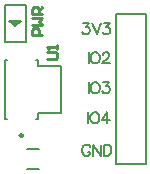
<source format=gbr>
%TF.GenerationSoftware,Altium Limited,Altium Designer,18.1.7 (191)*%
G04 Layer_Color=65535*
%FSLAX25Y25*%
%MOIN*%
%TF.FileFunction,Legend,Top*%
%TF.Part,Single*%
G01*
G75*
%TA.AperFunction,NonConductor*%
%ADD18C,0.00800*%
%ADD25C,0.00984*%
%ADD26C,0.00787*%
%ADD27C,0.00500*%
%ADD28C,0.01000*%
D18*
X29249Y22442D02*
Y18643D01*
X31131Y22442D02*
X30769Y22261D01*
X30407Y21899D01*
X30226Y21537D01*
X30045Y20994D01*
Y20090D01*
X30226Y19547D01*
X30407Y19185D01*
X30769Y18823D01*
X31131Y18643D01*
X31855D01*
X32216Y18823D01*
X32578Y19185D01*
X32759Y19547D01*
X32940Y20090D01*
Y20994D01*
X32759Y21537D01*
X32578Y21899D01*
X32216Y22261D01*
X31855Y22442D01*
X31131D01*
X35636D02*
X33827Y19909D01*
X36540D01*
X35636Y22442D02*
Y18643D01*
X27662Y52099D02*
X29652D01*
X28566Y50652D01*
X29109D01*
X29471Y50471D01*
X29652Y50290D01*
X29833Y49747D01*
Y49385D01*
X29652Y48843D01*
X29290Y48481D01*
X28747Y48300D01*
X28205D01*
X27662Y48481D01*
X27481Y48662D01*
X27300Y49024D01*
X30683Y52099D02*
X32130Y48300D01*
X33578Y52099D02*
X32130Y48300D01*
X34428Y52099D02*
X36418D01*
X35333Y50652D01*
X35875D01*
X36237Y50471D01*
X36418Y50290D01*
X36599Y49747D01*
Y49385D01*
X36418Y48843D01*
X36056Y48481D01*
X35513Y48300D01*
X34971D01*
X34428Y48481D01*
X34247Y48662D01*
X34066Y49024D01*
X29416Y32442D02*
Y28642D01*
X31297Y32442D02*
X30936Y32261D01*
X30574Y31899D01*
X30393Y31537D01*
X30212Y30994D01*
Y30090D01*
X30393Y29547D01*
X30574Y29185D01*
X30936Y28823D01*
X31297Y28642D01*
X32021D01*
X32383Y28823D01*
X32745Y29185D01*
X32926Y29547D01*
X33107Y30090D01*
Y30994D01*
X32926Y31537D01*
X32745Y31899D01*
X32383Y32261D01*
X32021Y32442D01*
X31297D01*
X34355D02*
X36345D01*
X35260Y30994D01*
X35802D01*
X36164Y30814D01*
X36345Y30633D01*
X36526Y30090D01*
Y29728D01*
X36345Y29185D01*
X35983Y28823D01*
X35440Y28642D01*
X34898D01*
X34355Y28823D01*
X34174Y29004D01*
X33993Y29366D01*
X29416Y42442D02*
Y38642D01*
X31297Y42442D02*
X30936Y42261D01*
X30574Y41899D01*
X30393Y41537D01*
X30212Y40994D01*
Y40090D01*
X30393Y39547D01*
X30574Y39185D01*
X30936Y38823D01*
X31297Y38642D01*
X32021D01*
X32383Y38823D01*
X32745Y39185D01*
X32926Y39547D01*
X33107Y40090D01*
Y40994D01*
X32926Y41537D01*
X32745Y41899D01*
X32383Y42261D01*
X32021Y42442D01*
X31297D01*
X34174Y41537D02*
Y41718D01*
X34355Y42080D01*
X34536Y42261D01*
X34898Y42442D01*
X35621D01*
X35983Y42261D01*
X36164Y42080D01*
X36345Y41718D01*
Y41356D01*
X36164Y40994D01*
X35802Y40452D01*
X33993Y38642D01*
X36526D01*
X30014Y10695D02*
X29833Y11056D01*
X29471Y11418D01*
X29109Y11599D01*
X28385D01*
X28024Y11418D01*
X27662Y11056D01*
X27481Y10695D01*
X27300Y10152D01*
Y9247D01*
X27481Y8705D01*
X27662Y8343D01*
X28024Y7981D01*
X28385Y7800D01*
X29109D01*
X29471Y7981D01*
X29833Y8343D01*
X30014Y8705D01*
Y9247D01*
X29109D02*
X30014D01*
X30882Y11599D02*
Y7800D01*
Y11599D02*
X33415Y7800D01*
Y11599D02*
Y7800D01*
X34464Y11599D02*
Y7800D01*
Y11599D02*
X35731D01*
X36273Y11418D01*
X36635Y11056D01*
X36816Y10695D01*
X36997Y10152D01*
Y9247D01*
X36816Y8705D01*
X36635Y8343D01*
X36273Y7981D01*
X35731Y7800D01*
X34464D01*
D25*
X7492Y14587D02*
G03*
X7492Y14587I-492J0D01*
G01*
D26*
X38500Y5000D02*
X48500D01*
X38500D02*
Y55000D01*
X48500Y5000D02*
Y55000D01*
X38500D02*
X48500D01*
X9031Y10244D02*
X12968D01*
X9031Y3551D02*
X12968D01*
X1488Y20157D02*
Y39843D01*
X2177D01*
X1488Y20157D02*
X2177D01*
X20386Y22126D02*
Y37874D01*
X12512D02*
X20386D01*
X12512Y22126D02*
X20386D01*
X11823Y39843D02*
X12512D01*
X11823Y20157D02*
X12512D01*
Y37874D02*
Y39843D01*
X12512Y20158D02*
Y22126D01*
D27*
X1500Y45700D02*
X8500D01*
X1500D02*
Y58250D01*
X8500D01*
Y45700D02*
Y58250D01*
X6000Y52750D02*
X7000D01*
X5000D02*
X6000D01*
X4000D02*
X5000D01*
X3000D02*
X4000D01*
X3000D02*
X4000Y52000D01*
X5000Y51200D01*
X7000Y52750D01*
X4750Y51500D02*
X7000Y52750D01*
X4750Y51500D02*
X6000Y52750D01*
X4500Y51700D02*
X6000Y52750D01*
X4500Y51700D02*
X5000Y52750D01*
X4000Y52000D02*
X5000Y52750D01*
X4000Y52000D02*
Y52750D01*
D28*
X14000Y48000D02*
X10501D01*
Y49749D01*
X11084Y50333D01*
X12251D01*
X12834Y49749D01*
Y48000D01*
X10501Y51499D02*
X14000D01*
X12834Y52665D01*
X14000Y53831D01*
X10501D01*
X14000Y54998D02*
X10501D01*
Y56747D01*
X11084Y57330D01*
X12251D01*
X12834Y56747D01*
Y54998D01*
Y56164D02*
X14000Y57330D01*
X15501Y40000D02*
X18417D01*
X19000Y40583D01*
Y41749D01*
X18417Y42333D01*
X15501D01*
X19000Y43499D02*
Y44665D01*
Y44082D01*
X15501D01*
X16084Y43499D01*
%TF.MD5,75503b5d92f160db918841aca58a5b03*%
M02*

</source>
